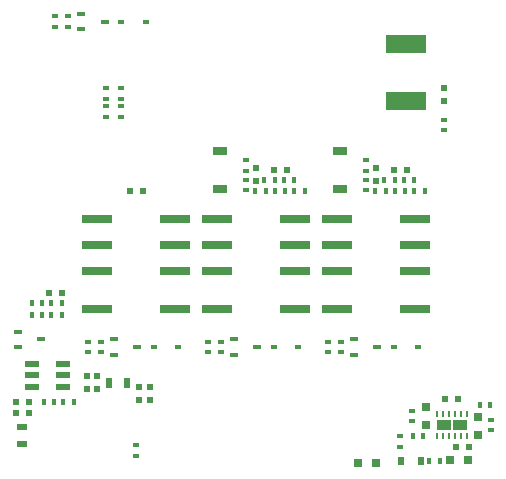
<source format=gbr>
G04 #@! TF.FileFunction,Paste,Top*
%FSLAX46Y46*%
G04 Gerber Fmt 4.6, Leading zero omitted, Abs format (unit mm)*
G04 Created by KiCad (PCBNEW 4.0.7) date 06/16/18 22:40:09*
%MOMM*%
%LPD*%
G01*
G04 APERTURE LIST*
%ADD10C,0.100000*%
%ADD11R,0.748500X0.798400*%
%ADD12R,0.249500X0.499000*%
%ADD13R,1.167660X0.948100*%
%ADD14R,0.499000X0.598800*%
%ADD15R,0.598800X0.499000*%
%ADD16R,1.197600X0.798400*%
%ADD17R,0.798400X0.748500*%
%ADD18R,0.598800X0.449100*%
%ADD19R,0.698600X0.449100*%
%ADD20R,0.598800X0.798400*%
%ADD21R,3.493000X1.596800*%
%ADD22R,2.554880X0.798400*%
%ADD23R,0.898200X0.499000*%
%ADD24R,0.499000X0.898200*%
%ADD25R,0.598800X0.399200*%
%ADD26R,0.399200X0.598800*%
%ADD27R,1.217560X0.618760*%
G04 APERTURE END LIST*
D10*
D11*
X170180000Y-113208500D03*
X170180000Y-111708500D03*
D12*
X166707500Y-111445000D03*
X167207500Y-111445000D03*
X167707500Y-111445000D03*
X168207500Y-111445000D03*
X168707500Y-111445000D03*
X169207500Y-111445000D03*
X169207500Y-113345000D03*
X168707500Y-113345000D03*
X168207500Y-113345000D03*
X166707500Y-113345000D03*
X167207500Y-113345000D03*
D13*
X167257500Y-112395000D03*
X168657500Y-112395000D03*
D12*
X167707500Y-113345000D03*
D14*
X167259000Y-85005000D03*
X167259000Y-83905000D03*
D15*
X163026000Y-90805000D03*
X164126000Y-90805000D03*
D14*
X161544000Y-91736000D03*
X161544000Y-90636000D03*
D16*
X158496000Y-92405000D03*
X158496000Y-89205000D03*
D15*
X152866000Y-90805000D03*
X153966000Y-90805000D03*
D14*
X151384000Y-91736000D03*
X151384000Y-90636000D03*
D16*
X148336000Y-92405000D03*
X148336000Y-89205000D03*
D15*
X140674000Y-92583000D03*
X141774000Y-92583000D03*
X134916000Y-101219000D03*
X133816000Y-101219000D03*
D14*
X141478000Y-109178000D03*
X141478000Y-110278000D03*
X142367000Y-110278000D03*
X142367000Y-109178000D03*
D15*
X132122000Y-110490000D03*
X131022000Y-110490000D03*
D14*
X137033000Y-108289000D03*
X137033000Y-109389000D03*
D15*
X131022000Y-111379000D03*
X132122000Y-111379000D03*
D14*
X137922000Y-109389000D03*
X137922000Y-108289000D03*
D17*
X161532000Y-115633500D03*
X160032000Y-115633500D03*
X169342500Y-115379500D03*
X167842500Y-115379500D03*
D15*
X167407500Y-110236000D03*
X168507500Y-110236000D03*
X169396500Y-114300000D03*
X168296500Y-114300000D03*
D11*
X165735000Y-112383000D03*
X165735000Y-110883000D03*
D18*
X142051750Y-78263750D03*
X139951750Y-78263750D03*
X165134000Y-105791000D03*
X163034000Y-105791000D03*
X154974000Y-105791000D03*
X152874000Y-105791000D03*
X144814000Y-105791000D03*
X142714000Y-105791000D03*
D19*
X131207000Y-104506000D03*
X131207000Y-105806000D03*
X133207000Y-105156000D03*
D20*
X163615000Y-115443000D03*
X165315000Y-115443000D03*
D21*
X164084000Y-84990000D03*
X164084000Y-80110000D03*
D22*
X158224000Y-102555000D03*
X164864000Y-102555000D03*
X158224000Y-94955000D03*
X158224000Y-97155000D03*
X164864000Y-94955000D03*
X164864000Y-97155000D03*
X158224000Y-99355000D03*
X164864000Y-99355000D03*
X148064000Y-102555000D03*
X154704000Y-102555000D03*
X148064000Y-94955000D03*
X148064000Y-97155000D03*
X154704000Y-94955000D03*
X154704000Y-97155000D03*
X148064000Y-99355000D03*
X154704000Y-99355000D03*
X137904000Y-102555000D03*
X144544000Y-102555000D03*
X137904000Y-94955000D03*
X137904000Y-97155000D03*
X144544000Y-94955000D03*
X144544000Y-97155000D03*
X137904000Y-99355000D03*
X144544000Y-99355000D03*
D23*
X131572000Y-112534000D03*
X131572000Y-114034000D03*
D24*
X138950000Y-108839000D03*
X140450000Y-108839000D03*
D19*
X136572750Y-77613750D03*
X136572750Y-78913750D03*
X138572750Y-78263750D03*
X159655000Y-105141000D03*
X159655000Y-106441000D03*
X161655000Y-105791000D03*
X149495000Y-105141000D03*
X149495000Y-106441000D03*
X151495000Y-105791000D03*
X139335000Y-105141000D03*
X139335000Y-106441000D03*
X141335000Y-105791000D03*
D25*
X135445500Y-77782000D03*
X135445500Y-78682000D03*
X134366000Y-77782000D03*
X134366000Y-78682000D03*
X139954000Y-84778000D03*
X139954000Y-83878000D03*
X139954000Y-85402000D03*
X139954000Y-86302000D03*
X138684000Y-85402000D03*
X138684000Y-86302000D03*
X138684000Y-84778000D03*
X138684000Y-83878000D03*
X167259000Y-87445000D03*
X167259000Y-86545000D03*
X158559500Y-105341000D03*
X158559500Y-106241000D03*
X157480000Y-105341000D03*
X157480000Y-106241000D03*
D26*
X164777000Y-92583000D03*
X165677000Y-92583000D03*
X163888000Y-91694000D03*
X164788000Y-91694000D03*
X162237000Y-91694000D03*
X163137000Y-91694000D03*
D25*
X160655000Y-91625000D03*
X160655000Y-92525000D03*
D26*
X161475000Y-92583000D03*
X162375000Y-92583000D03*
X163126000Y-92583000D03*
X164026000Y-92583000D03*
D25*
X160655000Y-90874000D03*
X160655000Y-89974000D03*
X148399500Y-105341000D03*
X148399500Y-106241000D03*
X147320000Y-105341000D03*
X147320000Y-106241000D03*
D26*
X154617000Y-92583000D03*
X155517000Y-92583000D03*
X153728000Y-91694000D03*
X154628000Y-91694000D03*
X152077000Y-91694000D03*
X152977000Y-91694000D03*
D25*
X150495000Y-91625000D03*
X150495000Y-92525000D03*
D26*
X151315000Y-92583000D03*
X152215000Y-92583000D03*
X152966000Y-92583000D03*
X153866000Y-92583000D03*
D25*
X150495000Y-90874000D03*
X150495000Y-89974000D03*
X138239500Y-105341000D03*
X138239500Y-106241000D03*
X137160000Y-105341000D03*
X137160000Y-106241000D03*
D26*
X134943000Y-102108000D03*
X134043000Y-102108000D03*
X133292000Y-102108000D03*
X132392000Y-102108000D03*
X132392000Y-103124000D03*
X133292000Y-103124000D03*
X134943000Y-103124000D03*
X134043000Y-103124000D03*
X134308000Y-110490000D03*
X133408000Y-110490000D03*
X135959000Y-110490000D03*
X135059000Y-110490000D03*
D25*
X141224000Y-115004000D03*
X141224000Y-114104000D03*
D26*
X166947000Y-115443000D03*
X166047000Y-115443000D03*
D25*
X163576000Y-113342000D03*
X163576000Y-114242000D03*
X164592000Y-111183000D03*
X164592000Y-112083000D03*
D26*
X164650000Y-113347500D03*
X165550000Y-113347500D03*
X170301500Y-110680500D03*
X171201500Y-110680500D03*
D25*
X171259500Y-111945000D03*
X171259500Y-112845000D03*
D27*
X132421000Y-109154000D03*
X132421000Y-108204000D03*
X132421000Y-107254000D03*
X135041000Y-107254000D03*
X135041000Y-108204000D03*
X135041000Y-109154000D03*
M02*

</source>
